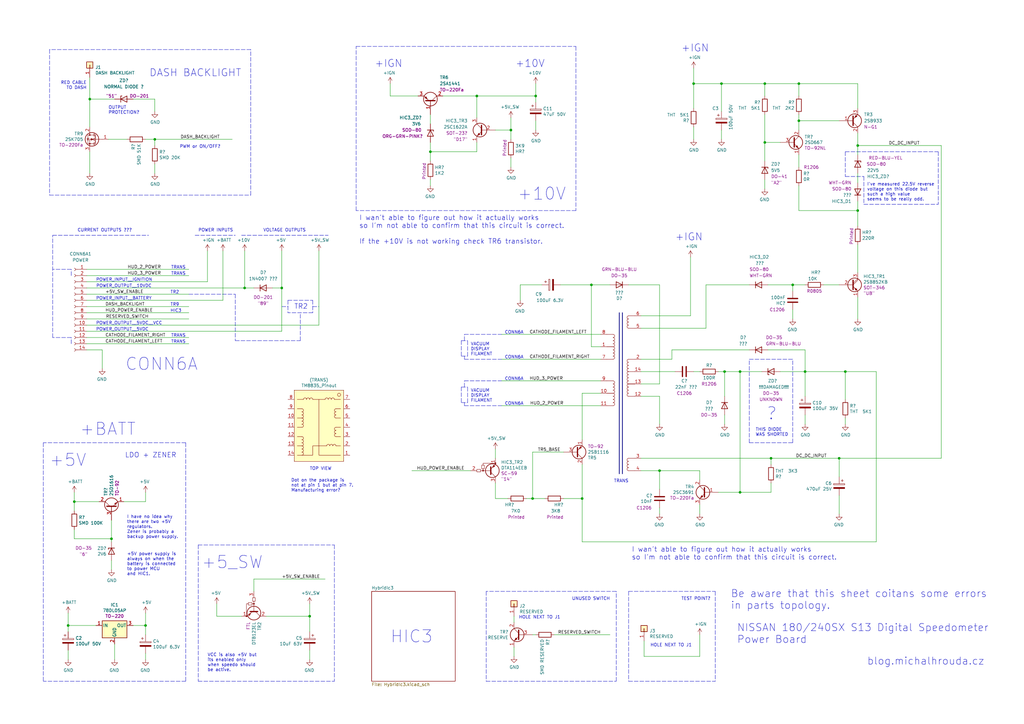
<source format=kicad_sch>
(kicad_sch (version 20250114) (generator "eeschema") (generator_version "9.0")
  (paper "A3")
  (title_block (date "2026-01-31") (rev "REV3"))
  (text "CONN6A" (at 207.01 166.37 0) (effects (font (size 1.27 1.27)) (justify left bottom)))
  (text "+10V" (at 223.52 27.94 0) (effects (font (size 2.9972 2.9972)) (justify right bottom)))
  (text "I've measured 22.5V reverse \nvoltage on this diode but \nsuch a high value\nseems to be really odd." (at 355.6 82.55 0) (effects (font (size 1.27 1.27)) (justify left bottom)))
  (text "Dot on the package is\nnot at pin 1 but at pin 7.\nManufacturing error?" (at 119.38 201.93 0) (effects (font (size 1.27 1.27)) (justify left bottom)))
  (text "CONN6A" (at 81.28 152.4 0) (effects (font (size 5.0038 5.0038)) (justify right bottom)))
  (text "VACUUM\nDISPLAY\nFILAMENT" (at 193.04 165.1 0) (effects (font (size 1.27 1.27)) (justify left bottom)))
  (text "+5V" (at 35.56 191.77 0) (effects (font (size 5.0038 5.0038)) (justify right bottom)))
  (text "?" (at 318.77 172.72 0) (effects (font (size 5.0038 5.0038)) (justify right bottom)))
  (text "CONN6A" (at 207.01 156.21 0) (effects (font (size 1.27 1.27)) (justify left bottom)))
  (text "HOLE NEXT TO J1" (at 229.87 254 0) (effects (font (size 1.27 1.27)) (justify right bottom)))
  (text "+5_SW" (at 107.95 233.68 0) (effects (font (size 5.0038 5.0038)) (justify right bottom)))
  (text "POWER_OUTPUT__5VDC__VCC" (at 39.37 133.35 0) (effects (font (size 1.27 1.27)) (justify left bottom)))
  (text "TRANS" (at 76.2 138.43 0) (effects (font (size 1.27 1.27)) (justify right bottom)))
  (text "UNUSED SWITCH" (at 250.19 246.38 0) (effects (font (size 1.27 1.27)) (justify right bottom)))
  (text "TEST POINT?" (at 279.4 246.38 0) (effects (font (size 1.27 1.27)) (justify left bottom)))
  (text "OUTPUT\nPROTECTION?" (at 44.45 46.99 0) (effects (font (size 1.27 1.27)) (justify left bottom)))
  (text "POWER INPUTS" (at 81.28 95.25 0) (effects (font (size 1.27 1.27)) (justify left bottom)))
  (text "I wan't able to figure out how it actually works\nso I'm not able to confirm that this circuit is correct." (at 259.08 229.87 0) (effects (font (size 2.0066 2.0066)) (justify left bottom)))
  (text "POWER_OUTPUT__5VDC" (at 39.37 135.89 0) (effects (font (size 1.27 1.27)) (justify left bottom)))
  (text "+10V" (at 212.09 82.55 0) (effects (font (size 5.0038 5.0038)) (justify left bottom)))
  (text "CONN6A" (at 207.01 147.32 0) (effects (font (size 1.27 1.27)) (justify left bottom)))
  (text "blog.michalhrouda.cz" (at 355.6 273.05 0) (effects (font (size 2.9972 2.9972)) (justify left bottom)))
  (text "I have no idea why \nthere are two +5V \nregulators.\nZener is probably a\nbackup power supply." (at 52.07 220.98 0) (effects (font (size 1.27 1.27)) (justify left bottom)))
  (text "HOLE NEXT TO J1" (at 266.7 265.43 0) (effects (font (size 1.27 1.27)) (justify left bottom)))
  (text "+IGN" (at 165.1 27.94 0) (effects (font (size 2.9972 2.9972)) (justify right bottom)))
  (text "POWER_INPUT__BATTERY" (at 39.37 123.19 0) (effects (font (size 1.27 1.27)) (justify left bottom)))
  (text "VACUUM\nDISPLAY\nFILAMENT" (at 193.04 146.05 0) (effects (font (size 1.27 1.27)) (justify left bottom)))
  (text "HIC3" (at 69.85 128.27 0) (effects (font (size 1.27 1.27)) (justify left bottom)))
  (text "VCC is also +5V but\nits enabled only\nwhen speedo should\nbe active." (at 85.09 275.59 0) (effects (font (size 1.27 1.27)) (justify left bottom)))
  (text "TR9" (at 69.85 125.73 0) (effects (font (size 1.27 1.27)) (justify left bottom)))
  (text "VOLTAGE OUTPUTS" (at 107.95 95.25 0) (effects (font (size 1.27 1.27)) (justify left bottom)))
  (text "TR2" (at 69.85 120.65 0) (effects (font (size 1.27 1.27)) (justify left bottom)))
  (text "PWM or ON/OFF?" (at 73.66 60.96 0) (effects (font (size 1.27 1.27)) (justify left bottom)))
  (text "POWER_INPUT__IGNITION" (at 39.37 115.57 0) (effects (font (size 1.27 1.27)) (justify left bottom)))
  (text "DASH BACKLIGHT" (at 99.06 31.75 0) (effects (font (size 2.9972 2.9972)) (justify right bottom)))
  (text "LDO + ZENER" (at 72.39 187.96 0) (effects (font (size 2.0066 2.0066)) (justify right bottom)))
  (text "+BATT" (at 55.88 179.07 0) (effects (font (size 5.0038 5.0038)) (justify right bottom)))
  (text "POWER_OUTPUT__10VDC" (at 62.23 118.11 0) (effects (font (size 1.27 1.27)) (justify right bottom)))
  (text "TR2" (at 120.65 127 0) (effects (font (size 2.0066 2.0066)) (justify left bottom)))
  (text "TOP VIEW" (at 127 193.04 0) (effects (font (size 1.27 1.27)) (justify left bottom)))
  (text "CONN6A" (at 207.01 137.16 0) (effects (font (size 1.27 1.27)) (justify left bottom)))
  (text "NISSAN 180/240SX S13 Digital Speedometer\nPower Board" (at 302.26 264.16 0) (effects (font (size 2.9972 2.9972)) (justify left bottom)))
  (text "I wan't able to figure out how it actually works\nso I'm not able to confirm that this circuit is correct.\n\nIf the +10V is not working check TR6 transistor." (at 147.32 100.33 0) (effects (font (size 2.0066 2.0066)) (justify left bottom)))
  (text "HIC3" (at 160.02 264.16 0) (effects (font (size 5.0038 5.0038)) (justify left bottom)))
  (text "THIS DIODE\nWAS SHORTED" (at 309.88 179.07 0) (effects (font (size 1.27 1.27)) (justify left bottom)))
  (text "+IGN" (at 290.83 21.59 0) (effects (font (size 2.9972 2.9972)) (justify right bottom)))
  (text "TRANS" (at 76.2 113.03 0) (effects (font (size 1.27 1.27)) (justify right bottom)))
  (text "TRANS" (at 76.2 140.97 0) (effects (font (size 1.27 1.27)) (justify right bottom)))
  (text "Be aware that this sheet coitans some errors\nin parts topology." (at 299.72 250.19 0) (effects (font (size 2.9972 2.9972)) (justify left bottom)))
  (text "+IGN" (at 288.29 99.06 0) (effects (font (size 2.9972 2.9972)) (justify right bottom)))
  (text "RED CABLE\nTO DASH" (at 35.56 36.83 0) (effects (font (size 1.27 1.27)) (justify right bottom)))
  (text "+5V power supply is\nalways on when the\nbattery is connected\nto power MCU \nand HIC1." (at 52.07 236.22 0) (effects (font (size 1.27 1.27)) (justify left bottom)))
  (text "CURRENT OUTPUTS ???" (at 31.75 95.25 0) (effects (font (size 1.27 1.27)) (justify left bottom)))
  (text "TRANS" (at 257.81 198.12 0) (effects (font (size 1.27 1.27)) (justify right bottom)))
  (text "TRANS" (at 76.2 110.49 0) (effects (font (size 1.27 1.27)) (justify right bottom)))
  (junction (at 242.57 116.84))
  (junction (at 284.48 34.29))
  (junction (at 209.55 53.34))
  (junction (at 30.48 205.74))
  (junction (at 195.58 39.37))
  (junction (at 327.66 49.53))
  (junction (at 100.33 118.11))
  (junction (at 297.18 152.4))
  (junction (at 330.2 152.4))
  (junction (at 45.72 220.98))
  (junction (at 313.69 34.29))
  (junction (at 238.76 204.47))
  (junction (at 313.69 58.42))
  (junction (at 176.53 62.23))
  (junction (at 36.83 40.64))
  (junction (at 346.71 152.4))
  (junction (at 27.94 256.54))
  (junction (at 303.53 201.93))
  (junction (at 295.91 34.29))
  (junction (at 63.5 57.15))
  (junction (at 219.71 39.37))
  (junction (at 316.23 187.96))
  (junction (at 303.53 152.4))
  (junction (at 327.66 34.29))
  (junction (at 115.57 118.11))
  (junction (at 351.79 59.69))
  (junction (at 270.51 193.04))
  (junction (at 351.79 86.36))
  (junction (at 127 252.73))
  (junction (at 59.69 256.54))
  (junction (at 344.17 187.96))
  (junction (at 325.12 116.84))
  (junction (at 218.44 204.47))
  (polyline (pts (xy 307.34 181.61) (xy 307.34 147.32)) (stroke (width 0) (type dash)))
  (polyline (pts (xy 81.28 223.52) (xy 137.16 223.52)) (stroke (width 0) (type dash)))
  (polyline (pts (xy 191.77 165.1) (xy 191.77 158.75)) (stroke (width 0) (type dash)))
  (wire (pts (xy 176.53 50.8) (xy 176.53 46.99)))
  (polyline (pts (xy 293.37 242.57) (xy 293.37 279.4)) (stroke (width 0) (type dash)))
  (wire (pts (xy 59.69 57.15) (xy 63.5 57.15)))
  (wire (pts (xy 346.71 152.4) (xy 346.71 163.83)))
  (wire (pts (xy 270.51 162.56) (xy 270.51 173.99)))
  (wire (pts (xy 270.51 210.82) (xy 270.51 208.28)))
  (wire (pts (xy 287.02 260.35) (xy 287.02 269.24)))
  (wire (pts (xy 295.91 34.29) (xy 313.69 34.29)))
  (wire (pts (xy 176.53 76.2) (xy 176.53 73.66)))
  (polyline (pts (xy 354.33 72.39) (xy 354.33 83.82)) (stroke (width 0) (type dash)))
  (polyline (pts (xy 189.23 158.75) (xy 189.23 165.1)) (stroke (width 0) (type dash)))
  (wire (pts (xy 209.55 48.26) (xy 209.55 53.34)))
  (wire (pts (xy 313.69 77.47) (xy 313.69 73.66)))
  (wire (pts (xy 44.45 57.15) (xy 52.07 57.15)))
  (wire (pts (xy 313.69 39.37) (xy 313.69 34.29)))
  (wire (pts (xy 88.9 252.73) (xy 99.06 252.73)))
  (wire (pts (xy 195.58 48.26) (xy 195.58 39.37)))
  (wire (pts (xy 297.18 152.4) (xy 303.53 152.4)))
  (wire (pts (xy 35.56 123.19) (xy 91.44 123.19)))
  (wire (pts (xy 242.57 116.84) (xy 250.19 116.84)))
  (polyline (pts (xy 128.27 125.73) (xy 130.81 125.73)) (stroke (width 0) (type dash)))
  (wire (pts (xy 27.94 256.54) (xy 39.37 256.54)))
  (wire (pts (xy 242.57 142.24) (xy 242.57 116.84)))
  (wire (pts (xy 181.61 39.37) (xy 195.58 39.37)))
  (wire (pts (xy 344.17 203.2) (xy 344.17 210.82)))
  (wire (pts (xy 127 252.73) (xy 127 247.65)))
  (wire (pts (xy 59.69 270.51) (xy 59.69 267.97)))
  (wire (pts (xy 295.91 57.15) (xy 295.91 53.34)))
  (wire (pts (xy 238.76 204.47) (xy 238.76 222.25)))
  (wire (pts (xy 91.44 123.19) (xy 91.44 102.87)))
  (wire (pts (xy 176.53 62.23) (xy 195.58 62.23)))
  (wire (pts (xy 262.89 193.04) (xy 270.51 193.04)))
  (wire (pts (xy 351.79 71.12) (xy 351.79 74.93)))
  (wire (pts (xy 54.61 40.64) (xy 63.5 40.64)))
  (wire (pts (xy 77.47 120.65) (xy 35.56 120.65)))
  (wire (pts (xy 27.94 259.08) (xy 27.94 256.54)))
  (wire (pts (xy 346.71 173.99) (xy 346.71 171.45)))
  (wire (pts (xy 294.64 152.4) (xy 297.18 152.4)))
  (wire (pts (xy 45.72 233.68) (xy 45.72 229.87)))
  (wire (pts (xy 351.79 92.71) (xy 351.79 86.36)))
  (polyline (pts (xy 307.34 181.61) (xy 325.12 181.61)) (stroke (width 0) (type dash)))
  (wire (pts (xy 109.22 252.73) (xy 127 252.73)))
  (wire (pts (xy 287.02 193.04) (xy 287.02 196.85)))
  (wire (pts (xy 262.89 134.62) (xy 289.56 134.62)))
  (polyline (pts (xy 118.11 123.19) (xy 128.27 123.19)) (stroke (width 0) (type dash)))
  (wire (pts (xy 337.82 116.84) (xy 344.17 116.84)))
  (polyline (pts (xy 191.77 146.05) (xy 191.77 139.7)) (stroke (width 0) (type dash)))
  (polyline (pts (xy 190.5 137.16) (xy 205.74 137.16)) (stroke (width 0) (type dash)))
  (wire (pts (xy 205.74 166.37) (xy 246.38 166.37)))
  (wire (pts (xy 218.44 185.42) (xy 218.44 204.47)))
  (wire (pts (xy 209.55 53.34) (xy 209.55 57.15)))
  (polyline (pts (xy 81.28 223.52) (xy 81.28 279.4)) (stroke (width 0) (type dash)))
  (wire (pts (xy 215.9 204.47) (xy 218.44 204.47)))
  (wire (pts (xy 59.69 205.74) (xy 59.69 201.93)))
  (wire (pts (xy 77.47 110.49) (xy 35.56 110.49)))
  (wire (pts (xy 351.79 59.69) (xy 351.79 63.5)))
  (wire (pts (xy 238.76 222.25) (xy 359.41 222.25)))
  (wire (pts (xy 63.5 57.15) (xy 95.25 57.15)))
  (polyline (pts (xy 190.5 156.21) (xy 205.74 156.21)) (stroke (width 0) (type dash)))
  (wire (pts (xy 209.55 53.34) (xy 203.2 53.34)))
  (polyline (pts (xy 146.05 19.05) (xy 236.22 19.05)) (stroke (width 0) (type dash)))
  (wire (pts (xy 104.14 237.49) (xy 133.35 237.49)))
  (wire (pts (xy 59.69 256.54) (xy 59.69 251.46)))
  (wire (pts (xy 327.66 46.99) (xy 327.66 49.53)))
  (polyline (pts (xy 257.81 279.4) (xy 293.37 279.4)) (stroke (width 0) (type dash)))
  (polyline (pts (xy 102.87 20.32) (xy 20.32 20.32)) (stroke (width 0) (type dash)))
  (wire (pts (xy 63.5 67.31) (xy 63.5 71.12)))
  (polyline (pts (xy 384.81 62.23) (xy 384.81 83.82)) (stroke (width 0) (type dash)))
  (polyline (pts (xy 80.01 96.52) (xy 96.52 96.52)) (stroke (width 0) (type dash)))
  (wire (pts (xy 351.79 111.76) (xy 351.79 100.33)))
  (wire (pts (xy 289.56 134.62) (xy 289.56 116.84)))
  (wire (pts (xy 351.79 86.36) (xy 351.79 82.55)))
  (wire (pts (xy 208.28 204.47) (xy 203.2 204.47)))
  (wire (pts (xy 77.47 130.81) (xy 35.56 130.81)))
  (wire (pts (xy 30.48 209.55) (xy 30.48 205.74)))
  (polyline (pts (xy 20.32 20.32) (xy 20.32 80.01)) (stroke (width 0) (type dash)))
  (wire (pts (xy 219.71 41.91) (xy 219.71 39.37)))
  (wire (pts (xy 314.96 143.51) (xy 330.2 143.51)))
  (polyline (pts (xy 346.71 72.39) (xy 354.33 72.39)) (stroke (width 0) (type dash)))
  (polyline (pts (xy 257.81 242.57) (xy 257.81 279.4)) (stroke (width 0) (type dash)))
  (wire (pts (xy 351.79 44.45) (xy 351.79 34.29)))
  (wire (pts (xy 195.58 58.42) (xy 195.58 62.23)))
  (polyline (pts (xy 76.2 181.61) (xy 17.78 181.61)) (stroke (width 0) (type dash)))
  (wire (pts (xy 46.99 264.16) (xy 46.99 270.51)))
  (wire (pts (xy 231.14 204.47) (xy 238.76 204.47)))
  (wire (pts (xy 303.53 201.93) (xy 303.53 152.4)))
  (wire (pts (xy 325.12 116.84) (xy 330.2 116.84)))
  (wire (pts (xy 246.38 161.29) (xy 238.76 161.29)))
  (wire (pts (xy 330.2 152.4) (xy 346.71 152.4)))
  (polyline (pts (xy 17.78 181.61) (xy 17.78 279.4)) (stroke (width 0) (type dash)))
  (wire (pts (xy 313.69 58.42) (xy 313.69 66.04)))
  (wire (pts (xy 63.5 59.69) (xy 63.5 57.15)))
  (polyline (pts (xy 115.57 125.73) (xy 118.11 125.73)) (stroke (width 0) (type dash)))
  (wire (pts (xy 45.72 220.98) (xy 30.48 220.98)))
  (polyline (pts (xy 21.59 138.43) (xy 21.59 96.52)) (stroke (width 0) (type dash)))
  (wire (pts (xy 262.89 157.48) (xy 270.51 157.48)))
  (wire (pts (xy 297.18 162.56) (xy 297.18 152.4)))
  (wire (pts (xy 111.76 118.11) (xy 115.57 118.11)))
  (bus (pts (xy 255.27 194.31) (xy 255.27 128.27)))
  (wire (pts (xy 209.55 68.58) (xy 209.55 64.77)))
  (wire (pts (xy 297.18 173.99) (xy 297.18 170.18)))
  (polyline (pts (xy 252.73 242.57) (xy 199.39 242.57)) (stroke (width 0) (type dash)))
  (wire (pts (xy 313.69 34.29) (xy 327.66 34.29)))
  (wire (pts (xy 270.51 193.04) (xy 287.02 193.04)))
  (wire (pts (xy 386.08 59.69) (xy 386.08 187.96)))
  (wire (pts (xy 30.48 205.74) (xy 40.64 205.74)))
  (wire (pts (xy 327.66 34.29) (xy 351.79 34.29)))
  (wire (pts (xy 27.94 256.54) (xy 27.94 251.46)))
  (wire (pts (xy 219.71 53.34) (xy 219.71 49.53)))
  (wire (pts (xy 160.02 34.29) (xy 160.02 39.37)))
  (wire (pts (xy 238.76 161.29) (xy 238.76 180.34)))
  (wire (pts (xy 205.74 147.32) (xy 246.38 147.32)))
  (polyline (pts (xy 190.5 139.7) (xy 190.5 137.16)) (stroke (width 0) (type dash)))
  (polyline (pts (xy 81.28 279.4) (xy 137.16 279.4)) (stroke (width 0) (type dash)))
  (wire (pts (xy 176.53 62.23) (xy 176.53 66.04)))
  (wire (pts (xy 210.82 269.24) (xy 210.82 265.43)))
  (wire (pts (xy 359.41 152.4) (xy 359.41 222.25)))
  (wire (pts (xy 85.09 115.57) (xy 85.09 102.87)))
  (wire (pts (xy 213.36 116.84) (xy 213.36 123.19)))
  (polyline (pts (xy 102.87 80.01) (xy 102.87 20.32)) (stroke (width 0) (type dash)))
  (polyline (pts (xy 29.21 113.03) (xy 29.21 110.49)) (stroke (width 0) (type dash)))
  (wire (pts (xy 313.69 58.42) (xy 320.04 58.42)))
  (wire (pts (xy 59.69 260.35) (xy 59.69 256.54)))
  (wire (pts (xy 325.12 130.81) (xy 325.12 127)))
  (wire (pts (xy 295.91 34.29) (xy 295.91 45.72)))
  (wire (pts (xy 284.48 34.29) (xy 295.91 34.29)))
  (wire (pts (xy 46.99 40.64) (xy 36.83 40.64)))
  (polyline (pts (xy 190.5 166.37) (xy 205.74 166.37)) (stroke (width 0) (type dash)))
  (wire (pts (xy 325.12 116.84) (xy 314.96 116.84)))
  (polyline (pts (xy 346.71 62.23) (xy 346.71 72.39)) (stroke (width 0) (type dash)))
  (wire (pts (xy 246.38 137.16) (xy 205.74 137.16)))
  (wire (pts (xy 262.89 162.56) (xy 270.51 162.56)))
  (wire (pts (xy 193.04 193.04) (xy 168.91 193.04)))
  (polyline (pts (xy 189.23 158.75) (xy 191.77 158.75)) (stroke (width 0) (type dash)))
  (polyline (pts (xy 77.47 120.65) (xy 96.52 120.65)) (stroke (width 0) (type dash)))
  (polyline (pts (xy 123.19 139.7) (xy 123.19 128.27)) (stroke (width 0) (type dash)))
  (wire (pts (xy 63.5 40.64) (xy 63.5 45.72)))
  (wire (pts (xy 344.17 187.96) (xy 386.08 187.96)))
  (wire (pts (xy 171.45 39.37) (xy 160.02 39.37)))
  (wire (pts (xy 327.66 86.36) (xy 351.79 86.36)))
  (polyline (pts (xy 354.33 83.82) (xy 384.81 83.82)) (stroke (width 0) (type dash)))
  (polyline (pts (xy 128.27 123.19) (xy 128.27 128.27)) (stroke (width 0) (type dash)))
  (wire (pts (xy 210.82 255.27) (xy 210.82 252.73)))
  (wire (pts (xy 77.47 125.73) (xy 35.56 125.73)))
  (wire (pts (xy 275.59 143.51) (xy 307.34 143.51)))
  (wire (pts (xy 27.94 270.51) (xy 27.94 266.7)))
  (wire (pts (xy 316.23 190.5) (xy 316.23 187.96)))
  (wire (pts (xy 35.56 118.11) (xy 100.33 118.11)))
  (wire (pts (xy 195.58 39.37) (xy 219.71 39.37)))
  (wire (pts (xy 203.2 187.96) (xy 203.2 184.15)))
  (wire (pts (xy 50.8 205.74) (xy 59.69 205.74)))
  (wire (pts (xy 30.48 217.17) (xy 30.48 220.98)))
  (wire (pts (xy 54.61 256.54) (xy 59.69 256.54)))
  (wire (pts (xy 330.2 143.51) (xy 330.2 152.4)))
  (polyline (pts (xy 325.12 181.61) (xy 325.12 147.32)) (stroke (width 0) (type dash)))
  (polyline (pts (xy 199.39 279.4) (xy 252.73 279.4)) (stroke (width 0) (type dash)))
  (polyline (pts (xy 190.5 147.32) (xy 190.5 146.05)) (stroke (width 0) (type dash)))
  (wire (pts (xy 246.38 142.24) (xy 242.57 142.24)))
  (wire (pts (xy 77.47 128.27) (xy 35.56 128.27)))
  (wire (pts (xy 351.79 130.81) (xy 351.79 121.92)))
  (polyline (pts (xy 199.39 242.57) (xy 199.39 279.4)) (stroke (width 0) (type dash)))
  (polyline (pts (xy 190.5 147.32) (xy 205.74 147.32)) (stroke (width 0) (type dash)))
  (wire (pts (xy 283.21 105.41) (xy 283.21 129.54)))
  (wire (pts (xy 287.02 210.82) (xy 287.02 207.01)))
  (wire (pts (xy 238.76 190.5) (xy 238.76 204.47)))
  (wire (pts (xy 320.04 152.4) (xy 330.2 152.4)))
  (polyline (pts (xy 128.27 128.27) (xy 118.11 128.27)) (stroke (width 0) (type dash)))
  (wire (pts (xy 218.44 185.42) (xy 231.14 185.42)))
  (polyline (pts (xy 20.32 80.01) (xy 102.87 80.01)) (stroke (width 0) (type dash)))
  (wire (pts (xy 284.48 27.94) (xy 284.48 34.29)))
  (polyline (pts (xy 76.2 181.61) (xy 76.2 279.4)) (stroke (width 0) (type dash)))
  (wire (pts (xy 351.79 59.69) (xy 386.08 59.69)))
  (wire (pts (xy 284.48 152.4) (xy 287.02 152.4)))
  (wire (pts (xy 45.72 213.36) (xy 45.72 220.98)))
  (wire (pts (xy 77.47 113.03) (xy 35.56 113.03)))
  (polyline (pts (xy 307.34 147.32) (xy 325.12 147.32)) (stroke (width 0) (type dash)))
  (wire (pts (xy 275.59 147.32) (xy 275.59 143.51)))
  (wire (pts (xy 330.2 173.99) (xy 330.2 170.18)))
  (wire (pts (xy 41.91 143.51) (xy 41.91 151.13)))
  (polyline (pts (xy 29.21 110.49) (xy 21.59 110.49)) (stroke (width 0) (type dash)))
  (polyline (pts (xy 21.59 96.52) (xy 60.96 96.52)) (stroke (width 0) (type dash)))
  (wire (pts (xy 262.89 147.32) (xy 275.59 147.32)))
  (wire (pts (xy 346.71 152.4) (xy 359.41 152.4)))
  (wire (pts (xy 316.23 201.93) (xy 316.23 198.12)))
  (wire (pts (xy 115.57 118.11) (xy 115.57 135.89)))
  (polyline (pts (xy 236.22 86.36) (xy 146.05 86.36)) (stroke (width 0) (type dash)))
  (wire (pts (xy 36.83 40.64) (xy 36.83 52.07)))
  (wire (pts (xy 219.71 39.37) (xy 219.71 34.29)))
  (wire (pts (xy 327.66 49.53) (xy 327.66 53.34)))
  (polyline (pts (xy 236.22 19.05) (xy 236.22 86.36)) (stroke (width 0) (type dash)))
  (wire (pts (xy 205.74 156.21) (xy 246.38 156.21)))
  (wire (pts (xy 303.53 152.4) (xy 312.42 152.4)))
  (wire (pts (xy 276.86 152.4) (xy 262.89 152.4)))
  (wire (pts (xy 35.56 133.35) (xy 130.81 133.35)))
  (wire (pts (xy 327.66 68.58) (xy 327.66 63.5)))
  (wire (pts (xy 36.83 31.75) (xy 36.83 40.64)))
  (polyline (pts (xy 346.71 62.23) (xy 384.81 62.23)) (stroke (width 0) (type dash)))
  (polyline (pts (xy 118.11 123.19) (xy 118.11 128.27)) (stroke (width 0) (type dash)))
  (wire (pts (xy 284.48 34.29) (xy 284.48 44.45)))
  (wire (pts (xy 127 252.73) (xy 127 259.08)))
  (wire (pts (xy 270.51 116.84) (xy 270.51 157.48)))
  (polyline (pts (xy 99.06 96.52) (xy 134.62 96.52)) (stroke (width 0) (type dash)))
  (wire (pts (xy 35.56 115.57) (xy 85.09 115.57)))
  (polyline (pts (xy 190.5 166.37) (xy 190.5 165.1)) (stroke (width 0) (type dash)))
  (wire (pts (xy 284.48 57.15) (xy 284.48 52.07)))
  (wire (pts (xy 127 270.51) (xy 127 266.7)))
  (wire (pts (xy 313.69 46.99) (xy 313.69 58.42)))
  (wire (pts (xy 227.33 260.35) (xy 250.19 260.35)))
  (wire (pts (xy 270.51 116.84) (xy 257.81 116.84)))
  (polyline (pts (xy 96.52 139.7) (xy 123.19 139.7)) (stroke (width 0) (type dash)))
  (wire (pts (xy 287.02 269.24) (xy 264.16 269.24)))
  (wire (pts (xy 35.56 135.89) (xy 115.57 135.89)))
  (polyline (pts (xy 146.05 86.36) (xy 146.05 19.05)) (stroke (width 0) (type dash)))
  (wire (pts (xy 316.23 187.96) (xy 344.17 187.96)))
  (wire (pts (xy 264.16 262.89) (xy 264.16 269.24)))
  (wire (pts (xy 330.2 162.56) (xy 330.2 152.4)))
  (wire (pts (xy 327.66 76.2) (xy 327.66 86.36)))
  (wire (pts (xy 77.47 138.43) (xy 35.56 138.43)))
  (polyline (pts (xy 189.23 139.7) (xy 191.77 139.7)) (stroke (width 0) (type dash)))
  (wire (pts (xy 327.66 39.37) (xy 327.66 34.29)))
  (polyline (pts (xy 257.81 242.57) (xy 293.37 242.57)) (stroke (width 0) (type dash)))
  (wire (pts (xy 45.72 222.25) (xy 45.72 220.98)))
  (polyline (pts (xy 252.73 279.4) (xy 252.73 242.57)) (stroke (width 0) (type dash)))
  (wire (pts (xy 115.57 102.87) (xy 115.57 118.11)))
  (wire (pts (xy 344.17 187.96) (xy 344.17 195.58)))
  (wire (pts (xy 262.89 187.96) (xy 316.23 187.96)))
  (bus (pts (xy 254 128.27) (xy 254 194.31)))
  (wire (pts (xy 77.47 140.97) (xy 35.56 140.97)))
  (polyline (pts (xy 96.52 120.65) (xy 96.52 139.7)) (stroke (width 0) (type dash)))
  (polyline (pts (xy 137.16 223.52) (xy 137.16 279.4)) (stroke (width 0) (type dash)))
  (wire (pts (xy 351.79 54.61) (xy 351.79 59.69)))
  (wire (pts (xy 262.89 129.54) (xy 283.21 129.54)))
  (polyline (pts (xy 29.21 138.43) (xy 21.59 138.43)) (stroke (width 0) (type dash)))
  (wire (pts (xy 100.33 118.11) (xy 104.14 118.11)))
  (wire (pts (xy 219.71 260.35) (xy 218.44 260.35)))
  (wire (pts (xy 213.36 116.84) (xy 222.25 116.84)))
  (polyline (pts (xy 189.23 139.7) (xy 189.23 146.05)) (stroke (width 0) (type dash)))
  (wire (pts (xy 176.53 58.42) (xy 176.53 62.23)))
  (wire (pts (xy 327.66 49.53) (xy 344.17 49.53)))
  (wire (pts (xy 104.14 237.49) (xy 104.14 242.57)))
  (wire (pts (xy 229.87 116.84) (xy 242.57 116.84)))
  (wire (pts (xy 130.81 102.87) (xy 130.81 133.35)))
  (wire (pts (xy 294.64 201.93) (xy 303.53 201.93)))
  (polyline (pts (xy 189.23 146.05) (xy 191.77 146.05)) (stroke (width 0) (type dash)))
  (wire (pts (xy 325.12 116.84) (xy 325.12 119.38)))
  (polyline (pts (xy 189.23 165.1) (xy 191.77 165.1)) (stroke (width 0) (type dash)))
  (wire (pts (xy 303.53 201.93) (xy 316.23 201.93)))
  (wire (pts (xy 30.48 205.74) (xy 30.48 201.93)))
  (wire (pts (xy 270.51 200.66) (xy 270.51 193.04)))
  (wire (pts (xy 35.56 143.51) (xy 41.91 143.51)))
  (wire (pts (xy 203.2 198.12) (xy 203.2 204.47)))
  (wire (pts (xy 36.83 71.12) (xy 36.83 62.23)))
  (polyline (pts (xy 76.2 279.4) (xy 17.78 279.4)) (stroke (width 0) (type dash)))
  (wire (pts (xy 223.52 204.47) (xy 218.44 204.47)))
  (polyline (pts (xy 190.5 158.75) (xy 190.5 156.21)) (stroke (width 0) (type dash)))
  (polyline (pts (xy 29.21 140.97) (xy 29.21 138.43)) (stroke (width 0) (type dash)))
  (wire (pts (xy 88.9 252.73) (xy 88.9 247.65)))
  (wire (pts (xy 100.33 102.87) (xy 100.33 118.11)))
  (wire (pts (xy 289.56 116.84) (xy 307.34 116.84)))
  (label "HUD_POWER_ENABLE" (at 190.5 193.04 180))
  (label "HUD_2_POWER" (at 231.14 166.37 180))
  (label "CATHODE_FILAMENT_LEFT" (at 217.17 137.16 0))
  (label "DC_DC_INPUT" (at 326.39 187.96 0))
  (label "DASH_BACKLIGHT" (at 43.18 125.73 0))
  (label "CATHODE_FILAMENT_RIGHT" (at 217.17 147.32 0))
  (label "+5V_SW_ENABLE" (at 43.18 120.65 0))
  (label "HUD_POWER_ENABLE" (at 43.18 128.27 0))
  (label "CATHODE_FILAMENT_RIGHT" (at 43.18 138.43 0))
  (label "RESERVED_SWITCH" (at 60.96 130.81 180))
  (label "HUD_3_POWER" (at 66.04 113.03 180))
  (label "HUD_2_POWER" (at 66.04 110.49 180))
  (label "RESERVED_SWITCH" (at 246.38 260.35 180))
  (label "HUD_3_POWER" (at 217.17 156.21 0))
  (label "DASH_BACKLIGHT" (at 90.17 57.15 180))
  (label "CATHODE_FILAMENT_LEFT" (at 43.18 140.97 0))
  (label "DC_DC_INPUT" (at 377.19 59.69 180))
  (label "+5V_SW_ENABLE" (at 115.57 237.49 0))
  (label "TR5_BASE" (at 229.87 185.42 180))
  (symbol (lib_id "Nissan_200sx:TM8835") (at 248.92 142.24 0) (unit 1)
    (property "Reference" "TRANS1A" (effects (hide yes)))
    (property "Value" "TM8835" (effects (hide yes)))
  )
  (symbol (lib_id "Nissan_200sx:TM8835") (at 260.35 190.5 0) (mirror y) (unit 2)
    (property "Reference" "TRANS1B" (effects (hide yes)))
    (property "Value" "TM8835" (effects (hide yes)))
  )
  (symbol (lib_id "Nissan_200sx:TM8835") (at 260.35 132.08 180) (unit 3)
    (property "Reference" "TRANS1C" (effects (hide yes)))
    (property "Value" "TM8835" (effects (hide yes)))
  )
  (symbol (lib_id "Nissan_200sx:TM8835") (at 248.92 161.29 0) (unit 4)
    (property "Reference" "TRANS1D" (effects (hide yes)))
    (property "Value" "TM8835" (effects (hide yes)))
  )
  (symbol (lib_id "Nissan_200sx:TM8835") (at 260.35 157.48 180) (unit 5)
    (property "Reference" "TRANS1E" (effects (hide yes)))
    (property "Value" "TM8835" (effects (hide yes)))
  )
  (symbol (lib_id "180sx-240sx-s13-digidash-rescue:Q_PNP_EBC_BRT-Device") (at 201.93 193.04 0) (mirror x) (unit 1)
    (property "Reference" "HIC3_TR2" (at 205.486 189.5602 0) (effects (justify left)))
    (property "Value" "DTA114EEB" (at 205.486 191.8716 0) (effects (justify left)))
    (property "Package" "SC-59" (at 205.486 194.183 0) (effects (justify left)))
    (property "Marking" "\"14\"" (at 205.486 196.4944 0) (effects (justify left)))
  )
  (symbol (lib_id "180sx-240sx-s13-digidash-rescue:GND-power") (at 63.5 71.12 0) (unit 1)
    (property "Reference" "#PWR021" (effects (hide yes)))
    (property "Value" "GND" (at 63.627 75.5142 0))
    (instances (project "" (path "" (reference "#PWR?") (unit 1)) (path "" (reference "#PWR?") (unit 1)) (path "" (reference "#PWR021") (unit 1))))
  )
  (symbol (lib_id "Connector_Generic:Conn_01x01") (at 36.83 26.67 90) (unit 1)
    (property "Reference" "J1" (at 39.0652 27.5844 90) (effects (justify right)))
    (property "Value" "DASH BACKLIGHT" (at 39.0652 29.8958 90) (effects (justify right)))
  )
  (symbol (lib_id "180sx-240sx-s13-digidash-rescue:GND-power") (at 36.83 71.12 0) (unit 1)
    (property "Reference" "#PWR013" (effects (hide yes)))
    (property "Value" "GND" (at 36.957 75.5142 0))
    (instances (project "" (path "" (reference "#PWR?") (unit 1)) (path "" (reference "#PWR?") (unit 1)) (path "" (reference "#PWR013") (unit 1))))
  )
  (symbol (lib_id "Device:R") (at 227.33 204.47 90) (mirror x) (unit 1)
    (property "Reference" "HIC3_R6" (at 231.14 207.01 90) (effects (justify left)))
    (property "Value" "3K8" (at 229.87 209.55 90) (effects (justify left)))
    (property "Package" "Printed" (at 231.14 212.09 90) (effects (justify left)))
    (instances (project "" (path "" (reference "HR?") (unit 1)) (path "" (reference "HIC3_R6") (unit 1)) (path "" (reference "HR?") (unit 1))))
  )
  (symbol (lib_id "Device:R") (at 212.09 204.47 270) (mirror x) (unit 1)
    (property "Reference" "HIC3_HR7" (at 207.01 207.01 90) (effects (justify left)))
    (property "Value" "7K0" (at 209.55 209.55 90) (effects (justify left)))
    (property "Package" "Printed" (at 208.28 212.09 90) (effects (justify left)))
    (instances (project "" (path "" (reference "HR?") (unit 1)) (path "" (reference "HIC3_HR7") (unit 1)) (path "" (reference "HR?") (unit 1))))
  )
  (symbol (lib_id "Device:R") (at 209.55 60.96 0) (mirror x) (unit 1)
    (property "Reference" "HIC3_R5" (at 211.328 62.1284 0) (effects (justify left)))
    (property "Value" "3K9" (at 211.328 59.817 0) (effects (justify left)))
    (property "Package" "Printed" (at 207.01 57.15 90) (effects (justify left)))
    (instances (project "" (path "" (reference "HR?") (unit 1)) (path "" (reference "HIC3_R5") (unit 1)) (path "" (reference "HR?") (unit 1))))
  )
  (symbol (lib_id "Device:R") (at 176.53 69.85 0) (unit 1)
    (property "Reference" "HIC3_R4" (at 178.308 68.6816 0) (effects (justify left)))
    (property "Value" "1K2" (at 178.308 70.993 0) (effects (justify left)))
    (property "Package" "Printed" (at 173.99 73.66 90) (effects (justify left)))
    (instances (project "" (path "" (reference "HR?") (unit 1)) (path "" (reference "HIC3_R4") (unit 1)) (path "" (reference "HR?") (unit 1))))
  )
  (symbol (lib_id "Device:D_Zener") (at 176.53 54.61 270) (unit 1)
    (property "Reference" "HIC3_ZD2" (at 163.83 48.26 90) (effects (justify left)))
    (property "Value" "3V6" (at 168.91 50.8 90) (effects (justify left)))
    (property "Package" "SOD-80" (at 168.91 53.34 90))
    (property "Marking" "ORG-GRN-PINK?" (at 165.1 55.88 90))
    (instances (project "" (path "" (reference "HIC3_ZD?") (unit 1)) (path "" (reference "HIC3_ZD2") (unit 1)) (path "" (reference "HIC3_ZD?") (unit 1))))
  )
  (symbol (lib_id "Device:R") (at 334.01 116.84 90) (unit 1)
    (property "Reference" "HIC3_R3" (at 336.55 111.76 90) (effects (justify left)))
    (property "Value" "10K" (at 335.28 114.3 90) (effects (justify left)))
    (property "Package" "R0805" (at 334.01 119.38 90))
    (instances (project "" (path "" (reference "HR?") (unit 1)) (path "" (reference "HIC3_R3") (unit 1)) (path "" (reference "HR?") (unit 1))))
  )
  (symbol (lib_id "Device:C") (at 325.12 123.19 180) (unit 1)
    (property "Reference" "HIC3_C1" (at 322.199 124.3584 0) (effects (justify left)))
    (property "Value" "100nF" (at 322.199 122.047 0) (effects (justify left)))
    (property "Package" "C1206" (at 318.77 127 0))
    (instances (project "" (path "" (reference "HC?") (unit 1)) (path "" (reference "HIC3_C1") (unit 1)) (path "" (reference "HC?") (unit 1))))
  )
  (symbol (lib_id "Device:D_Zener") (at 351.79 67.31 270) (unit 1)
    (property "Reference" "HIC3_ZD1" (at 355.6 72.39 90) (effects (justify left)))
    (property "Value" "22V5" (at 355.6 69.85 90) (effects (justify left)))
    (property "Package" "SOD-80" (at 359.41 67.31 90))
    (property "Marking" "RED-BLU-YEL" (at 363.22 64.77 90))
    (instances (project "" (path "" (reference "HIC3_ZD?") (unit 1)) (path "" (reference "HIC3_ZD1") (unit 1)) (path "" (reference "HIC3_ZD?") (unit 1))))
  )
  (symbol (lib_id "Device:R") (at 327.66 72.39 0) (unit 1)
    (property "Reference" "HIC3_R1" (at 329.438 71.2216 0) (effects (justify left)))
    (property "Value" "0R" (at 329.438 73.533 0) (effects (justify left)))
    (property "Package" "R1206" (at 332.74 68.58 0))
    (instances (project "" (path "" (reference "R?") (unit 1)) (path "" (reference "HIC3_R1") (unit 1)) (path "" (reference "R?") (unit 1))))
  )
  (symbol (lib_id "Device:R") (at 351.79 96.52 0) (unit 1)
    (property "Reference" "HIC3_R2" (at 353.568 95.3516 0) (effects (justify left)))
    (property "Value" "220R" (at 353.568 97.663 0) (effects (justify left)))
    (property "Package" "Printed" (at 349.25 100.33 90) (effects (justify left)))
    (instances (project "" (path "" (reference "HR?") (unit 1)) (path "" (reference "HIC3_R2") (unit 1)) (path "" (reference "HR?") (unit 1))))
  )
  (symbol (lib_id "Device:D") (at 351.79 78.74 270) (mirror x) (unit 1)
    (property "Reference" "HIC3_D1" (at 349.25 82.55 90) (effects (justify right)))
    (property "Value" "???" (at 349.25 80.01 90) (effects (justify right)))
    (property "Package" "SOD-80" (at 349.25 77.47 90) (effects (justify right)))
    (property "Marking" "WHT-GRN" (at 349.25 74.93 90) (effects (justify right)))
    (instances (project "" (path "" (reference "HIC3_D1") (unit 1)) (path "" (reference "HIC3_D?") (unit 1))))
  )
  (symbol (lib_id "Device:D") (at 311.15 116.84 0) (mirror x) (unit 1)
    (property "Reference" "HIC3_D2" (at 307.34 105.41 0) (effects (justify left)))
    (property "Value" "???" (at 309.88 107.95 0) (effects (justify left)))
    (property "Package" "SOD-80" (at 307.34 110.49 0) (effects (justify left)))
    (property "Marking" "WHT-GRN" (at 307.34 113.03 0) (effects (justify left)))
    (instances (project "" (path "" (reference "HIC3_D2") (unit 1)) (path "" (reference "HIC3_D?") (unit 1))))
  )
  (symbol (lib_id "180sx-240sx-s13-digidash-rescue:Q_NPN_EBC-Device") (at 198.12 53.34 0) (mirror y) (unit 1)
    (property "Reference" "HIC3_TR3" (at 191.77 49.53 0) (effects (justify left)))
    (property "Value" "2SC1622A" (at 191.77 52.07 0) (effects (justify left)))
    (property "Package" "SOT-23?" (at 191.77 54.61 0) (effects (justify left)))
    (property "Field5" "\"D17\"" (at 191.77 57.15 0) (effects (justify left)))
    (instances (project "" (path "" (reference "HIC3_TR3") (unit 1)) (path "" (reference "_HIC3_TR?") (unit 1))))
  )
  (symbol (lib_id "180sx-240sx-s13-digidash-rescue:Q_PNP_ECB-Device") (at 236.22 185.42 0) (mirror x) (unit 1)
    (property "Reference" "TR5" (at 241.046 187.7314 0) (effects (justify left)))
    (property "Value" "2SB1116" (at 241.046 185.42 0) (effects (justify left)))
    (property "Package" "TO-92" (at 241.046 183.1086 0) (effects (justify left)))
  )
  (symbol (lib_id "Connector_Generic:Conn_01x01") (at 264.16 257.81 90) (unit 1)
    (property "Reference" "J3" (at 266.3952 258.7244 90) (effects (justify right)))
    (property "Value" "RESERVED" (at 266.3952 261.0358 90) (effects (justify right)))
  )
  (symbol (lib_id "200sx-digi-dash-rescue:+IGN-power") (at 287.02 260.35 0) (unit 1)
    (property "Reference" "#PWR043" (effects (hide yes)))
    (property "Value" "+IGN" (at 287.401 255.9558 0))
  )
  (symbol (lib_id "180sx-240sx-s13-digidash-rescue:+5V-power") (at 88.9 247.65 0) (mirror y) (unit 1)
    (property "Reference" "#PWR023" (effects (hide yes)))
    (property "Value" "+5V" (at 88.519 243.2558 0))
    (instances (project "" (path "" (reference "#PWR?") (unit 1)) (path "" (reference "#PWR023") (unit 1))))
  )
  (symbol (lib_id "200sx-digi-dash-rescue:+IGN-power") (at 85.09 102.87 0) (unit 1)
    (property "Reference" "#PWR022" (effects (hide yes)))
    (property "Value" "+IGN" (at 85.471 98.4758 0))
  )
  (symbol (lib_id "200sx-digi-dash-rescue:+5V_SW-power") (at 130.81 102.87 0) (unit 1)
    (property "Reference" "#PWR032" (effects (hide yes)))
    (property "Value" "+5V_SW" (at 131.191 98.4758 0))
  )
  (symbol (lib_id "200sx-digi-dash-rescue:+5V_SW-power") (at 127 247.65 0) (unit 1)
    (property "Reference" "#PWR030" (effects (hide yes)))
    (property "Value" "+5V_SW" (at 127.381 243.2558 0))
  )
  (symbol (lib_id "180sx-240sx-s13-digidash-rescue:GND-power") (at 45.72 233.68 0) (unit 1)
    (property "Reference" "#PWR015" (effects (hide yes)))
    (property "Value" "GND" (at 45.847 238.0742 0))
    (instances (project "" (path "" (reference "#PWR?") (unit 1)) (path "" (reference "#PWR?") (unit 1)) (path "" (reference "#PWR015") (unit 1))))
  )
  (symbol (lib_id "180sx-240sx-s13-digidash-rescue:+BATT-power") (at 30.48 201.93 0) (unit 1)
    (property "Reference" "#PWR012" (effects (hide yes)))
    (property "Value" "+BATT" (at 30.861 197.5358 0))
  )
  (symbol (lib_id "180sx-240sx-s13-digidash-rescue:GND-power") (at 209.55 68.58 0) (unit 1)
    (property "Reference" "#PWR?" (effects (hide yes)))
    (property "Value" "GND" (at 209.677 72.9742 0))
  )
  (symbol (lib_id "180sx-240sx-s13-digidash-rescue:GND-power") (at 270.51 173.99 0) (unit 1)
    (property "Reference" "#PWR038" (effects (hide yes)))
    (property "Value" "GND" (at 270.637 178.3842 0))
    (instances (project "" (path "" (reference "#PWR?") (unit 1)) (path "" (reference "#PWR?") (unit 1)) (path "" (reference "#PWR038") (unit 1))))
  )
  (symbol (lib_id "180sx-240sx-s13-digidash-rescue:GND-power") (at 351.79 130.81 0) (unit 1)
    (property "Reference" "#PWR?" (effects (hide yes)))
    (property "Value" "GND" (at 351.917 135.2042 0))
  )
  (symbol (lib_id "180sx-240sx-s13-digidash-rescue:GND-power") (at 176.53 76.2 0) (mirror y) (unit 1)
    (property "Reference" "#PWR?" (effects (hide yes)))
    (property "Value" "GND" (at 176.403 80.5942 0))
  )
  (symbol (lib_id "180sx-240sx-s13-digidash-rescue:GND-power") (at 325.12 130.81 0) (mirror y) (unit 1)
    (property "Reference" "#PWR?" (effects (hide yes)))
    (property "Value" "GND" (at 324.993 135.2042 0))
  )
  (symbol (lib_id "200sx-digi-dash-rescue:+5V_SW-power") (at 209.55 48.26 0) (mirror y) (unit 1)
    (property "Reference" "#PWR?" (effects (hide yes)))
    (property "Value" "+5V_SW" (at 209.169 43.8658 0))
  )
  (symbol (lib_id "Nissan_200sx:TM8835_Pinout") (at 130.81 175.26 0) (unit 1)
    (property "Reference" "(TRANS)" (at 130.81 155.829 0))
    (property "Value" "TM8835_Pinout" (at 130.81 158.1404 0))
    (property "Package" "2x7 pin" (effects (hide yes)))
  )
  (symbol (lib_id "180sx-240sx-s13-digidash-rescue:GND-power") (at 297.18 173.99 0) (unit 1)
    (property "Reference" "#PWR042" (effects (hide yes)))
    (property "Value" "GND" (at 297.307 178.3842 0))
    (instances (project "" (path "" (reference "#PWR?") (unit 1)) (path "" (reference "#PWR?") (unit 1)) (path "" (reference "#PWR042") (unit 1))))
  )
  (symbol (lib_id "200sx-digi-dash-rescue:+IGN-power") (at 160.02 34.29 0) (mirror y) (unit 1)
    (property "Reference" "#PWR047" (effects (hide yes)))
    (property "Value" "+IGN" (at 159.639 29.8958 0))
  )
  (symbol (lib_id "180sx-240sx-s13-digidash-rescue:+10V-power") (at 219.71 34.29 0) (mirror y) (unit 1)
    (property "Reference" "#PWR049" (effects (hide yes)))
    (property "Value" "+10V" (at 219.329 29.8958 0))
    (instances (project "" (path "" (reference "#PWR?") (unit 1)) (path "" (reference "#PWR?") (unit 1)) (path "" (reference "#PWR049") (unit 1))))
  )
  (symbol (lib_id "180sx-240sx-s13-digidash-rescue:Q_PNP_Darlington_EBC-Device") (at 349.25 116.84 0) (unit 1)
    (property "Reference" "HIC3_TR1" (at 354.076 113.3602 0) (effects (justify left)))
    (property "Value" "2SB852KB" (at 354.076 115.6716 0) (effects (justify left)))
    (property "Package" "SOT-346" (at 354.076 117.983 0) (effects (justify left)))
    (property "Marking" "\"UB\"" (at 354.076 120.2944 0) (effects (justify left)))
  )
  (symbol (lib_id "200sx-digi-dash-rescue:+IGN-power") (at 283.21 105.41 0) (unit 1)
    (property "Reference" "#PWR037" (effects (hide yes)))
    (property "Value" "+IGN" (at 283.591 101.0158 0))
  )
  (symbol (lib_id "200sx-digi-dash-rescue:+5V_SW-power") (at 203.2 184.15 0) (unit 1)
    (property "Reference" "#PWR045" (effects (hide yes)))
    (property "Value" "+5V_SW" (at 203.581 179.7558 0))
  )
  (symbol (lib_id "200sx-digi-dash-rescue:+IGN-power") (at 284.48 27.94 0) (unit 1)
    (property "Reference" "#PWR026" (effects (hide yes)))
    (property "Value" "+IGN" (at 284.861 23.5458 0))
  )
  (symbol (lib_id "180sx-240sx-s13-digidash-rescue:GND-power") (at 41.91 151.13 0) (mirror y) (unit 1)
    (property "Reference" "#PWR014" (effects (hide yes)))
    (property "Value" "GND" (at 41.783 155.5242 0))
    (instances (project "" (path "" (reference "#PWR?") (unit 1)) (path "" (reference "#PWR?") (unit 1)) (path "" (reference "#PWR014") (unit 1))))
  )
  (symbol (lib_id "180sx-240sx-s13-digidash-rescue:+10V-power") (at 100.33 102.87 0) (mirror y) (unit 1)
    (property "Reference" "#PWR025" (effects (hide yes)))
    (property "Value" "+10V" (at 99.949 98.4758 0))
    (instances (project "" (path "" (reference "#PWR?") (unit 1)) (path "" (reference "#PWR?") (unit 1)) (path "" (reference "#PWR025") (unit 1))))
  )
  (symbol (lib_id "180sx-240sx-s13-digidash-rescue:+5V-power") (at 59.69 251.46 0) (unit 1)
    (property "Reference" "#PWR018" (effects (hide yes)))
    (property "Value" "+5V" (at 60.071 247.0658 0))
    (instances (project "" (path "" (reference "#PWR?") (unit 1)) (path "" (reference "#PWR018") (unit 1))))
  )
  (symbol (lib_id "200sx-digi-dash-rescue:C_Polarized-Device") (at 226.06 116.84 90) (mirror x) (unit 1)
    (property "Reference" "C9" (at 222.25 120.65 90) (effects (justify left)))
    (property "Value" "100uF 6.3V" (at 231.14 123.19 90) (effects (justify left)))
    (instances (project "" (path "" (reference "C9") (unit 1)) (path "" (reference "C?") (unit 1)) (path "" (reference "C9") (unit 1))))
  )
  (symbol (lib_id "180sx-240sx-s13-digidash-rescue:Conn_01x14_Female-Connector") (at 30.48 125.73 0) (mirror y) (unit 1)
    (property "Reference" "CONN6A1" (at 33.02 104.14 0))
    (property "Value" "POWER" (at 33.02 106.68 0))
  )
  (symbol (lib_id "Device:C") (at 280.67 152.4 270) (unit 1)
    (property "Reference" "C8" (at 279.4 156.21 90) (effects (justify left)))
    (property "Value" "22nF ???" (at 276.86 158.75 90) (effects (justify left)))
    (property "Package" "C1206" (at 280.67 161.29 90))
    (instances (project "" (path "" (reference "C?") (unit 1)) (path "" (reference "C8") (unit 1))))
  )
  (symbol (lib_id "180sx-240sx-s13-digidash-rescue:GND-power") (at 213.36 123.19 0) (mirror y) (unit 1)
    (property "Reference" "#PWR034" (effects (hide yes)))
    (property "Value" "GND" (at 213.233 127.5842 0))
    (instances (project "" (path "" (reference "#PWR?") (unit 1)) (path "" (reference "#PWR?") (unit 1)) (path "" (reference "#PWR034") (unit 1))))
  )
  (symbol (lib_id "Device:R") (at 223.52 260.35 270) (unit 1)
    (property "Reference" "R11" (at 224.6884 262.128 0) (effects (justify left)))
    (property "Value" "SMD RESERVED" (at 222.377 262.128 0) (effects (justify left)))
    (instances (project "" (path "" (reference "R?") (unit 1)) (path "" (reference "R11") (unit 1))))
  )
  (symbol (lib_id "Device:D_Zener") (at 313.69 69.85 270) (unit 1)
    (property "Reference" "ZD6" (at 316.23 67.31 90) (effects (justify left)))
    (property "Value" "5V5" (at 316.23 69.85 90) (effects (justify left)))
    (property "Package" "DO-41" (at 316.23 72.39 90) (effects (justify left)))
    (property "Marking" "\"A2\"" (at 316.23 74.93 90) (effects (justify left)))
    (instances (project "" (path "" (reference "ZD?") (unit 1)) (path "" (reference "ZD6") (unit 1))))
  )
  (symbol (lib_id "200sx-digi-dash-rescue:C_Polarized-Device") (at 295.91 49.53 0) (unit 1)
    (property "Reference" "C3" (at 292.1 44.45 0) (effects (justify left)))
    (property "Value" "100uF 50V" (at 299.72 53.34 90) (effects (justify left)))
    (instances (project "" (path "" (reference "C3") (unit 1)) (path "" (reference "C?") (unit 1)) (path "" (reference "C3") (unit 1))))
  )
  (symbol (lib_id "200sx-digi-dash-rescue:C_Polarized-Device") (at 27.94 262.89 0) (unit 1)
    (property "Reference" "C2" (at 30.9372 261.7216 0) (effects (justify left)))
    (property "Value" "100uF 50V" (at 30.9372 264.033 0) (effects (justify left)))
    (instances (project "" (path "" (reference "C2") (unit 1)) (path "" (reference "C?") (unit 1)) (path "" (reference "C2") (unit 1))))
  )
  (symbol (lib_id "200sx-digi-dash-rescue:C_Polarized-Device") (at 344.17 199.39 0) (mirror y) (unit 1)
    (property "Reference" "C6" (at 341.1728 198.2216 0) (effects (justify left)))
    (property "Value" "470uF 25V" (at 341.1728 200.533 0) (effects (justify left)))
    (instances (project "" (path "" (reference "C6") (unit 1)) (path "" (reference "C?") (unit 1)) (path "" (reference "C6") (unit 1))))
  )
  (symbol (lib_id "200sx-digi-dash-rescue:C_Polarized-Device") (at 219.71 45.72 0) (unit 1)
    (property "Reference" "C11" (at 222.7072 44.5516 0) (effects (justify left)))
    (property "Value" "47uF 50V" (at 222.7072 46.863 0) (effects (justify left)))
    (instances (project "" (path "" (reference "C11") (unit 1)) (path "" (reference "C?") (unit 1)) (path "" (reference "C11") (unit 1))))
  )
  (symbol (lib_id "200sx-digi-dash-rescue:C_Polarized-Device") (at 59.69 264.16 0) (unit 1)
    (property "Reference" "C4" (at 62.6872 262.9916 0) (effects (justify left)))
    (property "Value" "100uF 6.3V" (at 62.6872 265.303 0) (effects (justify left)))
    (instances (project "" (path "" (reference "C4") (unit 1)) (path "" (reference "C?") (unit 1)) (path "" (reference "C4") (unit 1))))
  )
  (symbol (lib_id "200sx-digi-dash-rescue:C_Polarized-Device") (at 330.2 166.37 0) (unit 1)
    (property "Reference" "C10" (at 333.1972 165.2016 0) (effects (justify left)))
    (property "Value" "100uF 35V" (at 333.1972 167.513 0) (effects (justify left)))
    (instances (project "" (path "" (reference "C10") (unit 1)) (path "" (reference "C?") (unit 1)) (path "" (reference "C10") (unit 1))))
  )
  (symbol (lib_id "200sx-digi-dash-rescue:C_Polarized-Device") (at 127 262.89 0) (mirror y) (unit 1)
    (property "Reference" "C5" (at 124.0028 261.7216 0) (effects (justify left)))
    (property "Value" "10uF 63V" (at 124.0028 264.033 0) (effects (justify left)))
    (instances (project "" (path "" (reference "C5") (unit 1)) (path "" (reference "C?") (unit 1)) (path "" (reference "C5") (unit 1))))
  )
  (symbol (lib_id "Device:C") (at 270.51 204.47 0) (mirror y) (unit 1)
    (property "Reference" "C7" (at 267.589 203.3016 0) (effects (justify left)))
    (property "Value" "10nF" (at 267.589 205.613 0) (effects (justify left)))
    (property "Package" "C1206" (at 264.16 208.28 0))
    (instances (project "" (path "" (reference "C?") (unit 1)) (path "" (reference "C7") (unit 1))))
  )
  (symbol (lib_id "Device:R") (at 30.48 213.36 0) (unit 1)
    (property "Reference" "R2" (at 32.258 212.1916 0) (effects (justify left)))
    (property "Value" "SMD 100K" (at 32.258 214.503 0) (effects (justify left)))
    (instances (project "" (path "" (reference "R?") (unit 1)) (path "" (reference "R2") (unit 1))))
  )
  (symbol (lib_id "Device:R") (at 63.5 63.5 0) (unit 1)
    (property "Reference" "R8" (at 65.278 62.3316 0) (effects (justify left)))
    (property "Value" "SMD 20K" (at 65.278 64.643 0) (effects (justify left)))
    (instances (project "" (path "" (reference "R?") (unit 1)) (path "" (reference "R8") (unit 1))))
  )
  (symbol (lib_id "Device:R") (at 55.88 57.15 90) (mirror x) (unit 1)
    (property "Reference" "R26" (at 54.7116 58.928 0) (effects (justify left)))
    (property "Value" "SMD 51K" (at 57.023 58.928 0) (effects (justify left)))
    (instances (project "" (path "" (reference "R?") (unit 1)) (path "" (reference "R26") (unit 1))))
  )
  (symbol (lib_id "Device:R") (at 290.83 152.4 270) (unit 1)
    (property "Reference" "R6" (at 289.56 149.86 90) (effects (justify left)))
    (property "Value" "100R" (at 288.29 154.94 90) (effects (justify left)))
    (property "Package" "R1206" (at 290.83 157.48 90))
    (instances (project "" (path "" (reference "R?") (unit 1)) (path "" (reference "R6") (unit 1))))
  )
  (symbol (lib_id "Device:R") (at 313.69 43.18 0) (mirror y) (unit 1)
    (property "Reference" "R25" (at 311.912 42.0116 0) (effects (justify left)))
    (property "Value" "THT  5K1" (at 311.912 44.323 0) (effects (justify left)))
    (instances (project "" (path "" (reference "R?") (unit 1)) (path "" (reference "R25") (unit 1))))
  )
  (symbol (lib_id "Device:R") (at 346.71 167.64 0) (unit 1)
    (property "Reference" "R7" (at 348.488 166.4716 0) (effects (justify left)))
    (property "Value" "THT  5K1" (at 348.488 168.783 0) (effects (justify left)))
    (instances (project "" (path "" (reference "R?") (unit 1)) (path "" (reference "R7") (unit 1))))
  )
  (symbol (lib_id "Device:R") (at 284.48 48.26 180) (unit 1)
    (property "Reference" "R3" (at 282.702 49.4284 0) (effects (justify left)))
    (property "Value" "THT  5K1" (at 282.702 47.117 0) (effects (justify left)))
    (instances (project "" (path "" (reference "R?") (unit 1)) (path "" (reference "R3") (unit 1))))
  )
  (symbol (lib_id "Device:R") (at 327.66 43.18 0) (mirror y) (unit 1)
    (property "Reference" "R4" (at 325.882 42.0116 0) (effects (justify left)))
    (property "Value" "THT  2K2" (at 325.882 44.323 0) (effects (justify left)))
    (instances (project "" (path "" (reference "R?") (unit 1)) (path "" (reference "R4") (unit 1))))
  )
  (symbol (lib_id "Device:D_Zener") (at 316.23 152.4 0) (mirror x) (unit 1)
    (property "Reference" "ZD3" (at 314.96 156.21 0) (effects (justify left)))
    (property "Value" "!!!DAMAGED!!!" (at 311.15 158.75 0) (effects (justify left)))
    (property "Package" "DO-35" (at 316.23 161.29 0))
    (property "Marking" "UNKNOWN" (at 316.23 163.83 0))
    (instances (project "" (path "" (reference "ZD?") (unit 1)) (path "" (reference "ZD3") (unit 1))))
  )
  (symbol (lib_id "Device:D_Zener") (at 45.72 226.06 90) (mirror x) (unit 1)
    (property "Reference" "ZD2" (at 43.688 224.8916 90) (effects (justify left)))
    (property "Value" "2V6" (at 43.688 227.203 90) (effects (justify left)))
    (property "Package" "DO-35" (at 34.29 224.79 90))
    (property "Marking" "\"6\"" (at 34.29 227.33 90))
    (instances (project "" (path "" (reference "ZD?") (unit 1)) (path "" (reference "ZD2") (unit 1))))
  )
  (symbol (lib_id "Device:R") (at 316.23 194.31 0) (mirror x) (unit 1)
    (property "Reference" "R5" (at 318.008 195.4784 0) (effects (justify left)))
    (property "Value" "THT  3K3" (at 318.008 193.167 0) (effects (justify left)))
    (instances (project "" (path "" (reference "R?") (unit 1)) (path "" (reference "R5") (unit 1))))
  )
  (symbol (lib_id "Diode:1N4007") (at 107.95 118.11 0) (unit 1)
    (property "Reference" "D8" (at 107.95 111.76 0))
    (property "Value" "1N4007 ???" (at 107.95 114.3 0))
    (property "Package" "DO-201" (at 107.95 121.92 0))
    (property "Marking" "\"89\"" (at 107.95 124.46 0))
    (instances (project "" (path "" (reference "D?") (unit 1)) (path "" (reference "D8") (unit 1))))
  )
  (symbol (lib_id "Diode:1N4007") (at 297.18 166.37 270) (unit 1)
    (property "Reference" "D4" (at 290.83 165.1 90))
    (property "Value" "???" (at 290.83 167.64 90))
    (property "Package" "DO-35" (at 290.83 170.18 90))
    (instances (project "" (path "" (reference "D?") (unit 1)) (path "" (reference "D4") (unit 1))))
  )
  (symbol (lib_id "Diode:1N4007") (at 254 116.84 0) (mirror y) (unit 1)
    (property "Reference" "D5" (at 254 122.3518 0))
    (property "Value" "???" (at 254 120.0404 0))
    (property "Package" "DO-35" (at 254 113.03 0))
    (property "Marking" "GRN-BLU-BLU" (at 254 110.49 0))
    (instances (project "" (path "" (reference "D?") (unit 1)) (path "" (reference "D5") (unit 1))))
  )
  (symbol (lib_id "Diode:1N4007") (at 311.15 143.51 0) (mirror x) (unit 1)
    (property "Reference" "D6" (at 304.8 138.43 0))
    (property "Value" "???" (at 304.8 140.97 0))
    (property "Package" "DO-35" (at 317.5 138.43 0))
    (property "Marking" "GRN-BLU-BLU" (at 321.31 140.97 0))
    (instances (project "" (path "" (reference "D?") (unit 1)) (path "" (reference "D6") (unit 1))))
  )
  (symbol (lib_id "Device:D_Zener") (at 50.8 40.64 0) (unit 1)
    (property "Reference" "ZD4" (at 50.8 33.02 0))
    (property "Value" "NORMAL DIODE ?" (at 50.8 35.56 0))
    (property "Package" "DO-201" (at 57.15 39.37 0))
    (property "Marking" "\"51\"" (at 45.72 39.37 0))
    (instances (project "" (path "" (reference "ZD?") (unit 1)) (path "" (reference "ZD4") (unit 1))))
  )
  (symbol (lib_id "180sx-240sx-s13-digidash-rescue:Q_PNP_ECB_BRT-Device") (at 104.14 251.46 270) (unit 1)
    (property "Reference" "TR2" (at 106.4514 255.0414 0) (effects (justify left)))
    (property "Value" "DTB123EL" (at 104.14 255.0414 0) (effects (justify left)))
    (property "Package" "FTL" (at 101.8286 255.0414 0) (effects (justify left)))
  )
  (symbol (lib_id "180sx-240sx-s13-digidash-rescue:Q_NPN_ECB-Device") (at 325.12 58.42 0) (unit 1)
    (property "Reference" "TR12" (at 329.946 56.1086 0) (effects (justify left)))
    (property "Value" "2SD667" (at 329.946 58.42 0) (effects (justify left)))
    (property "Package" "TO-92NL" (at 329.946 60.7314 0) (effects (justify left)))
    (instances (project "" (path "" (reference "TR?") (unit 1)) (path "" (reference "TR12") (unit 1))))
  )
  (symbol (lib_id "180sx-240sx-s13-digidash-rescue:Q_NPN_ECB-Device") (at 45.72 208.28 90) (unit 1)
    (property "Reference" "TR1" (at 43.4086 203.454 0) (effects (justify left)))
    (property "Value" "2SD1616" (at 45.72 203.454 0) (effects (justify left)))
    (property "Package" "TO-92" (at 48.0314 203.454 0) (effects (justify left)))
    (instances (project "" (path "" (reference "TR?") (unit 1)) (path "" (reference "TR1") (unit 1))))
  )
  (symbol (lib_id "180sx-240sx-s13-digidash-rescue:Q_PNP_BCE-Device") (at 349.25 49.53 0) (mirror x) (unit 1)
    (property "Reference" "TR3" (at 354.33 46.99 0) (effects (justify left)))
    (property "Value" "2SB933" (at 354.33 49.53 0) (effects (justify left)))
    (property "Package" "N-G1" (at 354.33 52.07 0) (effects (justify left)))
  )
  (symbol (lib_id "180sx-240sx-s13-digidash-rescue:Q_NPN_BCE-Device") (at 289.56 201.93 0) (mirror y) (unit 1)
    (property "Reference" "TR4" (at 284.7086 199.6186 0) (effects (justify left)))
    (property "Value" "2SC3691" (at 284.7086 201.93 0) (effects (justify left)))
    (property "Package" "TO-220Fa" (at 284.7086 204.2414 0) (effects (justify left)))
  )
  (symbol (lib_id "180sx-240sx-s13-digidash-rescue:Q_PNP_BCE-Device") (at 176.53 41.91 270) (mirror x) (unit 1)
    (property "Reference" "TR6" (at 180.34 31.75 90) (effects (justify left)))
    (property "Value" "2SA1441" (at 180.34 34.29 90) (effects (justify left)))
    (property "Package" "TO-220Fa" (at 180.34 36.83 90) (effects (justify left)))
  )
  (symbol (lib_id "180sx-240sx-s13-digidash-rescue:Q_NPN_ECB-Device") (at 213.36 260.35 0) (mirror y) (unit 1)
    (property "Reference" "TR8" (at 208.534 259.1816 0) (effects (justify left)))
    (property "Value" "RESERVE" (at 208.534 261.493 0) (effects (justify left)))
    (instances (project "" (path "" (reference "TR?") (unit 1)) (path "" (reference "TR8") (unit 1))))
  )
  (symbol (lib_id "180sx-240sx-s13-digidash-rescue:Q_NMOS_GDS-Device") (at 39.37 57.15 0) (mirror y) (unit 1)
    (property "Reference" "TR9" (at 34.163 54.8386 0) (effects (justify left)))
    (property "Value" "2SK705" (at 34.163 57.15 0) (effects (justify left)))
    (property "Package" "TO-220Fa" (at 34.163 59.4614 0) (effects (justify left)))
  )
  (symbol (lib_id "Regulator_Linear:L7805") (at 46.99 256.54 0) (unit 1)
    (property "Reference" "IC1" (at 46.99 248.0818 0))
    (property "Value" "78DL05AP" (at 46.99 250.3932 0))
    (property "Package" "TO-220" (at 46.99 252.7046 0))
  )
  (symbol (lib_id "180sx-240sx-s13-digidash-rescue:GND-power") (at 46.99 270.51 0) (mirror y) (unit 1)
    (property "Reference" "#PWR016" (effects (hide yes)))
    (property "Value" "GND" (at 46.863 274.9042 0))
    (instances (project "" (path "" (reference "#PWR?") (unit 1)) (path "" (reference "#PWR?") (unit 1)) (path "" (reference "#PWR016") (unit 1))))
  )
  (symbol (lib_id "180sx-240sx-s13-digidash-rescue:GND-power") (at 59.69 270.51 0) (mirror y) (unit 1)
    (property "Reference" "#PWR019" (effects (hide yes)))
    (property "Value" "GND" (at 59.563 274.9042 0))
    (instances (project "" (path "" (reference "#PWR?") (unit 1)) (path "" (reference "#PWR?") (unit 1)) (path "" (reference "#PWR019") (unit 1))))
  )
  (symbol (lib_id "180sx-240sx-s13-digidash-rescue:GND-power") (at 295.91 57.15 0) (unit 1)
    (property "Reference" "#PWR029" (effects (hide yes)))
    (property "Value" "GND" (at 296.037 61.5442 0))
    (instances (project "" (path "" (reference "#PWR?") (unit 1)) (path "" (reference "#PWR?") (unit 1)) (path "" (reference "#PWR029") (unit 1))))
  )
  (symbol (lib_id "180sx-240sx-s13-digidash-rescue:GND-power") (at 27.94 270.51 0) (unit 1)
    (property "Reference" "#PWR011" (effects (hide yes)))
    (property "Value" "GND" (at 28.067 274.9042 0))
    (instances (project "" (path "" (reference "#PWR?") (unit 1)) (path "" (reference "#PWR?") (unit 1)) (path "" (reference "#PWR011") (unit 1))))
  )
  (symbol (lib_id "180sx-240sx-s13-digidash-rescue:GND-power") (at 344.17 210.82 0) (mirror y) (unit 1)
    (property "Reference" "#PWR035" (effects (hide yes)))
    (property "Value" "GND" (at 344.043 215.2142 0))
    (instances (project "" (path "" (reference "#PWR?") (unit 1)) (path "" (reference "#PWR?") (unit 1)) (path "" (reference "#PWR035") (unit 1))))
  )
  (symbol (lib_id "180sx-240sx-s13-digidash-rescue:GND-power") (at 219.71 53.34 0) (unit 1)
    (property "Reference" "#PWR048" (effects (hide yes)))
    (property "Value" "GND" (at 219.837 57.7342 0))
    (instances (project "" (path "" (reference "#PWR?") (unit 1)) (path "" (reference "#PWR?") (unit 1)) (path "" (reference "#PWR048") (unit 1))))
  )
  (symbol (lib_id "180sx-240sx-s13-digidash-rescue:GND-power") (at 127 270.51 0) (mirror y) (unit 1)
    (property "Reference" "#PWR031" (effects (hide yes)))
    (property "Value" "GND" (at 126.873 274.9042 0))
    (instances (project "" (path "" (reference "#PWR?") (unit 1)) (path "" (reference "#PWR?") (unit 1)) (path "" (reference "#PWR031") (unit 1))))
  )
  (symbol (lib_id "180sx-240sx-s13-digidash-rescue:GND-power") (at 330.2 173.99 0) (unit 1)
    (property "Reference" "#PWR044" (effects (hide yes)))
    (property "Value" "GND" (at 330.327 178.3842 0))
    (instances (project "" (path "" (reference "#PWR?") (unit 1)) (path "" (reference "#PWR?") (unit 1)) (path "" (reference "#PWR044") (unit 1))))
  )
  (symbol (lib_id "180sx-240sx-s13-digidash-rescue:GND-power") (at 63.5 45.72 0) (unit 1)
    (property "Reference" "#PWR020" (effects (hide yes)))
    (property "Value" "GND" (at 63.627 50.1142 0))
    (instances (project "" (path "" (reference "#PWR?") (unit 1)) (path "" (reference "#PWR?") (unit 1)) (path "" (reference "#PWR020") (unit 1))))
  )
  (symbol (lib_id "180sx-240sx-s13-digidash-rescue:GND-power") (at 270.51 210.82 0) (mirror y) (unit 1)
    (property "Reference" "#PWR039" (effects (hide yes)))
    (property "Value" "GND" (at 270.383 215.2142 0))
    (instances (project "" (path "" (reference "#PWR?") (unit 1)) (path "" (reference "#PWR?") (unit 1)) (path "" (reference "#PWR039") (unit 1))))
  )
  (symbol (lib_id "180sx-240sx-s13-digidash-rescue:+BATT-power") (at 91.44 102.87 0) (unit 1)
    (property "Reference" "#PWR024" (effects (hide yes)))
    (property "Value" "+BATT" (at 91.821 98.4758 0))
  )
  (symbol (lib_id "180sx-240sx-s13-digidash-rescue:GND-power") (at 284.48 57.15 0) (unit 1)
    (property "Reference" "#PWR027" (effects (hide yes)))
    (property "Value" "GND" (at 284.607 61.5442 0))
    (instances (project "" (path "" (reference "#PWR?") (unit 1)) (path "" (reference "#PWR?") (unit 1)) (path "" (reference "#PWR027") (unit 1))))
  )
  (symbol (lib_id "180sx-240sx-s13-digidash-rescue:+5V-power") (at 115.57 102.87 0) (mirror y) (unit 1)
    (property "Reference" "#PWR028" (effects (hide yes)))
    (property "Value" "+5V" (at 115.189 98.4758 0))
    (instances (project "" (path "" (reference "#PWR?") (unit 1)) (path "" (reference "#PWR028") (unit 1))))
  )
  (symbol (lib_id "180sx-240sx-s13-digidash-rescue:+BATT-power") (at 27.94 251.46 0) (unit 1)
    (property "Reference" "#PWR010" (effects (hide yes)))
    (property "Value" "+BATT" (at 28.321 247.0658 0))
  )
  (symbol (lib_id "180sx-240sx-s13-digidash-rescue:GND-power") (at 287.02 210.82 0) (unit 1)
    (property "Reference" "#PWR040" (effects (hide yes)))
    (property "Value" "GND" (at 287.147 215.2142 0))
    (instances (project "" (path "" (reference "#PWR?") (unit 1)) (path "" (reference "#PWR?") (unit 1)) (path "" (reference "#PWR040") (unit 1))))
  )
  (symbol (lib_id "180sx-240sx-s13-digidash-rescue:GND-power") (at 346.71 173.99 0) (unit 1)
    (property "Reference" "#PWR046" (effects (hide yes)))
    (property "Value" "GND" (at 346.837 178.3842 0))
    (instances (project "" (path "" (reference "#PWR?") (unit 1)) (path "" (reference "#PWR?") (unit 1)) (path "" (reference "#PWR046") (unit 1))))
  )
  (symbol (lib_id "180sx-240sx-s13-digidash-rescue:GND-power") (at 313.69 77.47 0) (mirror y) (unit 1)
    (property "Reference" "#PWR033" (effects (hide yes)))
    (property "Value" "GND" (at 313.563 81.8642 0))
    (instances (project "" (path "" (reference "#PWR?") (unit 1)) (path "" (reference "#PWR?") (unit 1)) (path "" (reference "#PWR033") (unit 1))))
  )
  (symbol (lib_id "180sx-240sx-s13-digidash-rescue:+5V-power") (at 59.69 201.93 0) (mirror y) (unit 1)
    (property "Reference" "#PWR017" (effects (hide yes)))
    (property "Value" "+5V" (at 59.309 197.5358 0))
    (instances (project "" (path "" (reference "#PWR?") (unit 1)) (path "" (reference "#PWR017") (unit 1))))
  )
  (symbol (lib_id "180sx-240sx-s13-digidash-rescue:GND-power") (at 210.82 269.24 0) (unit 1)
    (property "Reference" "#PWR036" (effects (hide yes)))
    (property "Value" "GND" (at 210.947 273.6342 0))
    (instances (project "" (path "" (reference "#PWR?") (unit 1)) (path "" (reference "#PWR?") (unit 1)) (path "" (reference "#PWR036") (unit 1))))
  )
  (symbol (lib_id "Connector_Generic:Conn_01x01") (at 210.82 247.65 90) (unit 1)
    (property "Reference" "J2" (at 213.0552 248.5644 90) (effects (justify right)))
    (property "Value" "RESERVED" (at 213.0552 250.8758 90) (effects (justify right)))
  )
  (sheet (at 152.4 242.57) (size 34.29 36.83)
    (property "Sheetname" "HybridIc3" (at 152.4 241.8584 0) (effects (justify left bottom)))
    (property "Sheetfile" "HybridIc3.kicad_sch" (at 152.4 279.9846 0) (effects (justify left top)))
  )
)
</source>
